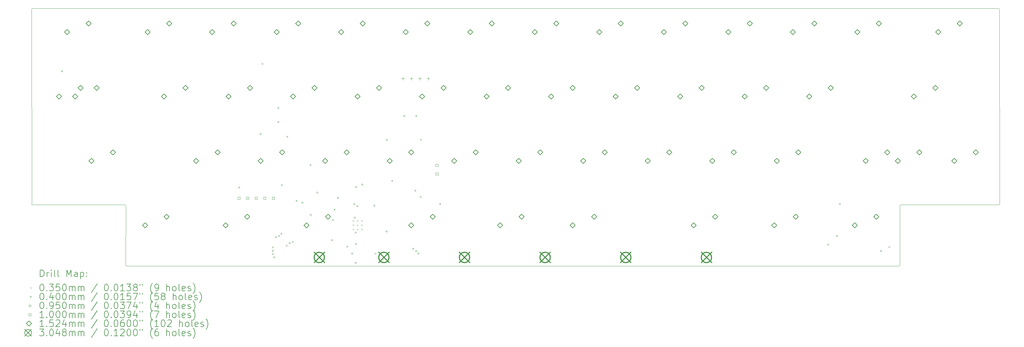
<source format=gbr>
%FSLAX45Y45*%
G04 Gerber Fmt 4.5, Leading zero omitted, Abs format (unit mm)*
G04 Created by KiCad (PCBNEW (6.0.6)) date 2022-08-10 17:02:01*
%MOMM*%
%LPD*%
G01*
G04 APERTURE LIST*
%TA.AperFunction,Profile*%
%ADD10C,0.100000*%
%TD*%
%ADD11C,0.200000*%
%ADD12C,0.035000*%
%ADD13C,0.040000*%
%ADD14C,0.095000*%
%ADD15C,0.100000*%
%ADD16C,0.152400*%
%ADD17C,0.304800*%
G04 APERTURE END LIST*
D10*
X3204445Y-11460555D02*
X26010000Y-11460000D01*
X3178055Y-9677445D02*
X3176945Y-11433055D01*
X3150555Y-9649945D02*
X430000Y-9651000D01*
X400000Y-3867500D02*
X401000Y-9622000D01*
X28947500Y-3840000D02*
X427500Y-3840000D01*
X28976055Y-9622500D02*
X28975000Y-3867500D01*
X27543555Y-9650000D02*
X28948555Y-9650000D01*
X27550000Y-9650000D02*
X26064445Y-9649945D01*
X26037500Y-11432500D02*
X26036945Y-9677500D01*
X427500Y-3840000D02*
G75*
G03*
X400000Y-3867500I0J-27500D01*
G01*
X401000Y-9623500D02*
G75*
G03*
X428500Y-9651000I27500J0D01*
G01*
X3178055Y-9677445D02*
G75*
G03*
X3150555Y-9649945I-27500J0D01*
G01*
X3176945Y-11433055D02*
G75*
G03*
X3204445Y-11460555I27500J0D01*
G01*
X26010000Y-11460000D02*
G75*
G03*
X26037500Y-11432500I0J27500D01*
G01*
X26064445Y-9649945D02*
G75*
G03*
X26036945Y-9677445I0J-27500D01*
G01*
X28948555Y-9650000D02*
G75*
G03*
X28976055Y-9622500I0J27500D01*
G01*
X28975000Y-3867500D02*
G75*
G03*
X28947500Y-3840000I-27500J0D01*
G01*
D11*
D12*
X9880500Y-10104750D02*
X9915500Y-10139750D01*
X9915500Y-10104750D02*
X9880500Y-10139750D01*
X9880500Y-10232250D02*
X9915500Y-10267250D01*
X9915500Y-10232250D02*
X9880500Y-10267250D01*
X9880500Y-10359750D02*
X9915500Y-10394750D01*
X9915500Y-10359750D02*
X9880500Y-10394750D01*
X10008000Y-10104750D02*
X10043000Y-10139750D01*
X10043000Y-10104750D02*
X10008000Y-10139750D01*
X10008000Y-10232250D02*
X10043000Y-10267250D01*
X10043000Y-10232250D02*
X10008000Y-10267250D01*
X10008000Y-10359750D02*
X10043000Y-10394750D01*
X10043000Y-10359750D02*
X10008000Y-10394750D01*
X10135500Y-10104750D02*
X10170500Y-10139750D01*
X10170500Y-10104750D02*
X10135500Y-10139750D01*
X10135500Y-10232250D02*
X10170500Y-10267250D01*
X10170500Y-10232250D02*
X10135500Y-10267250D01*
X10135500Y-10359750D02*
X10170500Y-10394750D01*
X10170500Y-10359750D02*
X10135500Y-10394750D01*
D13*
X1318000Y-5700000D02*
G75*
G03*
X1318000Y-5700000I-20000J0D01*
G01*
X6548000Y-9138000D02*
G75*
G03*
X6548000Y-9138000I-20000J0D01*
G01*
X7177000Y-7555000D02*
G75*
G03*
X7177000Y-7555000I-20000J0D01*
G01*
X7232000Y-5482000D02*
G75*
G03*
X7232000Y-5482000I-20000J0D01*
G01*
X7539000Y-10909000D02*
G75*
G03*
X7539000Y-10909000I-20000J0D01*
G01*
X7539469Y-11008949D02*
G75*
G03*
X7539469Y-11008949I-20000J0D01*
G01*
X7543352Y-11108824D02*
G75*
G03*
X7543352Y-11108824I-20000J0D01*
G01*
X7581000Y-11203000D02*
G75*
G03*
X7581000Y-11203000I-20000J0D01*
G01*
X7632000Y-10610000D02*
G75*
G03*
X7632000Y-10610000I-20000J0D01*
G01*
X7701000Y-7200000D02*
G75*
G03*
X7701000Y-7200000I-20000J0D01*
G01*
X7703000Y-6783000D02*
G75*
G03*
X7703000Y-6783000I-20000J0D01*
G01*
X7725472Y-10574603D02*
G75*
G03*
X7725472Y-10574603I-20000J0D01*
G01*
X7796148Y-10503928D02*
G75*
G03*
X7796148Y-10503928I-20000J0D01*
G01*
X7811000Y-9068050D02*
G75*
G03*
X7811000Y-9068050I-20000J0D01*
G01*
X7951809Y-10857000D02*
G75*
G03*
X7951809Y-10857000I-20000J0D01*
G01*
X7966000Y-7638000D02*
G75*
G03*
X7966000Y-7638000I-20000J0D01*
G01*
X8037403Y-10787050D02*
G75*
G03*
X8037403Y-10787050I-20000J0D01*
G01*
X8129000Y-10747050D02*
G75*
G03*
X8129000Y-10747050I-20000J0D01*
G01*
X8243000Y-9532000D02*
G75*
G03*
X8243000Y-9532000I-20000J0D01*
G01*
X8413000Y-9589000D02*
G75*
G03*
X8413000Y-9589000I-20000J0D01*
G01*
X8654000Y-8473000D02*
G75*
G03*
X8654000Y-8473000I-20000J0D01*
G01*
X8662000Y-9947000D02*
G75*
G03*
X8662000Y-9947000I-20000J0D01*
G01*
X8852000Y-9288000D02*
G75*
G03*
X8852000Y-9288000I-20000J0D01*
G01*
X9292000Y-10695766D02*
G75*
G03*
X9292000Y-10695766I-20000J0D01*
G01*
X9311700Y-10098708D02*
G75*
G03*
X9311700Y-10098708I-20000J0D01*
G01*
X9363750Y-9793750D02*
G75*
G03*
X9363750Y-9793750I-20000J0D01*
G01*
X9462000Y-9443000D02*
G75*
G03*
X9462000Y-9443000I-20000J0D01*
G01*
X9737000Y-10888000D02*
G75*
G03*
X9737000Y-10888000I-20000J0D01*
G01*
X9879000Y-11091000D02*
G75*
G03*
X9879000Y-11091000I-20000J0D01*
G01*
X9946234Y-9628853D02*
G75*
G03*
X9946234Y-9628853I-20000J0D01*
G01*
X9960000Y-10029800D02*
G75*
G03*
X9960000Y-10029800I-20000J0D01*
G01*
X9986000Y-10469700D02*
G75*
G03*
X9986000Y-10469700I-20000J0D01*
G01*
X9986000Y-10469700D02*
G75*
G03*
X9986000Y-10469700I-20000J0D01*
G01*
X9988750Y-11364750D02*
G75*
G03*
X9988750Y-11364750I-20000J0D01*
G01*
X9995550Y-10811000D02*
G75*
G03*
X9995550Y-10811000I-20000J0D01*
G01*
X10004000Y-9125000D02*
G75*
G03*
X10004000Y-9125000I-20000J0D01*
G01*
X10035000Y-9691000D02*
G75*
G03*
X10035000Y-9691000I-20000J0D01*
G01*
X10035000Y-9691000D02*
G75*
G03*
X10035000Y-9691000I-20000J0D01*
G01*
X10180000Y-9049000D02*
G75*
G03*
X10180000Y-9049000I-20000J0D01*
G01*
X10536750Y-9673750D02*
G75*
G03*
X10536750Y-9673750I-20000J0D01*
G01*
X10568750Y-11094750D02*
G75*
G03*
X10568750Y-11094750I-20000J0D01*
G01*
X10902000Y-10440000D02*
G75*
G03*
X10902000Y-10440000I-20000J0D01*
G01*
X10905000Y-7728000D02*
G75*
G03*
X10905000Y-7728000I-20000J0D01*
G01*
X11065000Y-8941000D02*
G75*
G03*
X11065000Y-8941000I-20000J0D01*
G01*
X11422000Y-7024000D02*
G75*
G03*
X11422000Y-7024000I-20000J0D01*
G01*
X11684000Y-10946950D02*
G75*
G03*
X11684000Y-10946950I-20000J0D01*
G01*
X11748000Y-9230000D02*
G75*
G03*
X11748000Y-9230000I-20000J0D01*
G01*
X11771000Y-11017000D02*
G75*
G03*
X11771000Y-11017000I-20000J0D01*
G01*
X11776000Y-7024000D02*
G75*
G03*
X11776000Y-7024000I-20000J0D01*
G01*
X11839037Y-11090219D02*
G75*
G03*
X11839037Y-11090219I-20000J0D01*
G01*
X11908000Y-9419000D02*
G75*
G03*
X11908000Y-9419000I-20000J0D01*
G01*
X11916000Y-7725000D02*
G75*
G03*
X11916000Y-7725000I-20000J0D01*
G01*
X12481000Y-9625000D02*
G75*
G03*
X12481000Y-9625000I-20000J0D01*
G01*
X23939000Y-10829000D02*
G75*
G03*
X23939000Y-10829000I-20000J0D01*
G01*
X24195000Y-10573000D02*
G75*
G03*
X24195000Y-10573000I-20000J0D01*
G01*
X24283000Y-9627000D02*
G75*
G03*
X24283000Y-9627000I-20000J0D01*
G01*
X25499000Y-11019000D02*
G75*
G03*
X25499000Y-11019000I-20000J0D01*
G01*
X25740000Y-10901000D02*
G75*
G03*
X25740000Y-10901000I-20000J0D01*
G01*
D14*
X11363000Y-5869750D02*
X11363000Y-5964750D01*
X11315500Y-5917250D02*
X11410500Y-5917250D01*
X11613000Y-5869750D02*
X11613000Y-5964750D01*
X11565500Y-5917250D02*
X11660500Y-5917250D01*
X11863000Y-5869750D02*
X11863000Y-5964750D01*
X11815500Y-5917250D02*
X11910500Y-5917250D01*
X12113000Y-5869750D02*
X12113000Y-5964750D01*
X12065500Y-5917250D02*
X12160500Y-5917250D01*
D15*
X6554356Y-9488356D02*
X6554356Y-9417644D01*
X6483644Y-9417644D01*
X6483644Y-9488356D01*
X6554356Y-9488356D01*
X6808356Y-9488356D02*
X6808356Y-9417644D01*
X6737644Y-9417644D01*
X6737644Y-9488356D01*
X6808356Y-9488356D01*
X7062356Y-9488356D02*
X7062356Y-9417644D01*
X6991644Y-9417644D01*
X6991644Y-9488356D01*
X7062356Y-9488356D01*
X7316356Y-9488356D02*
X7316356Y-9417644D01*
X7245644Y-9417644D01*
X7245644Y-9488356D01*
X7316356Y-9488356D01*
X7570356Y-9488356D02*
X7570356Y-9417644D01*
X7499644Y-9417644D01*
X7499644Y-9488356D01*
X7570356Y-9488356D01*
X12398356Y-8511356D02*
X12398356Y-8440644D01*
X12327644Y-8440644D01*
X12327644Y-8511356D01*
X12398356Y-8511356D01*
X12398356Y-8765356D02*
X12398356Y-8694644D01*
X12327644Y-8694644D01*
X12327644Y-8765356D01*
X12398356Y-8765356D01*
D16*
X1209500Y-6520575D02*
X1285700Y-6444375D01*
X1209500Y-6368175D01*
X1133300Y-6444375D01*
X1209500Y-6520575D01*
X1447625Y-4615575D02*
X1523825Y-4539375D01*
X1447625Y-4463175D01*
X1371425Y-4539375D01*
X1447625Y-4615575D01*
X1685750Y-6520575D02*
X1761950Y-6444375D01*
X1685750Y-6368175D01*
X1609550Y-6444375D01*
X1685750Y-6520575D01*
X1844500Y-6266575D02*
X1920700Y-6190375D01*
X1844500Y-6114175D01*
X1768300Y-6190375D01*
X1844500Y-6266575D01*
X2082625Y-4361575D02*
X2158825Y-4285375D01*
X2082625Y-4209175D01*
X2006425Y-4285375D01*
X2082625Y-4361575D01*
X2162000Y-8425575D02*
X2238200Y-8349375D01*
X2162000Y-8273175D01*
X2085800Y-8349375D01*
X2162000Y-8425575D01*
X2320750Y-6266575D02*
X2396950Y-6190375D01*
X2320750Y-6114175D01*
X2244550Y-6190375D01*
X2320750Y-6266575D01*
X2797000Y-8171575D02*
X2873200Y-8095375D01*
X2797000Y-8019175D01*
X2720800Y-8095375D01*
X2797000Y-8171575D01*
X3749500Y-10330575D02*
X3825700Y-10254375D01*
X3749500Y-10178175D01*
X3673300Y-10254375D01*
X3749500Y-10330575D01*
X3828875Y-4615575D02*
X3905075Y-4539375D01*
X3828875Y-4463175D01*
X3752675Y-4539375D01*
X3828875Y-4615575D01*
X4305125Y-6520575D02*
X4381325Y-6444375D01*
X4305125Y-6368175D01*
X4228925Y-6444375D01*
X4305125Y-6520575D01*
X4384500Y-10076575D02*
X4460700Y-10000375D01*
X4384500Y-9924175D01*
X4308300Y-10000375D01*
X4384500Y-10076575D01*
X4463875Y-4361575D02*
X4540075Y-4285375D01*
X4463875Y-4209175D01*
X4387675Y-4285375D01*
X4463875Y-4361575D01*
X4940125Y-6266575D02*
X5016325Y-6190375D01*
X4940125Y-6114175D01*
X4863925Y-6190375D01*
X4940125Y-6266575D01*
X5257625Y-8425575D02*
X5333825Y-8349375D01*
X5257625Y-8273175D01*
X5181425Y-8349375D01*
X5257625Y-8425575D01*
X5733875Y-4615575D02*
X5810075Y-4539375D01*
X5733875Y-4463175D01*
X5657675Y-4539375D01*
X5733875Y-4615575D01*
X5892625Y-8171575D02*
X5968825Y-8095375D01*
X5892625Y-8019175D01*
X5816425Y-8095375D01*
X5892625Y-8171575D01*
X6130750Y-10330575D02*
X6206950Y-10254375D01*
X6130750Y-10178175D01*
X6054550Y-10254375D01*
X6130750Y-10330575D01*
X6210125Y-6520575D02*
X6286325Y-6444375D01*
X6210125Y-6368175D01*
X6133925Y-6444375D01*
X6210125Y-6520575D01*
X6368875Y-4361575D02*
X6445075Y-4285375D01*
X6368875Y-4209175D01*
X6292675Y-4285375D01*
X6368875Y-4361575D01*
X6765750Y-10076575D02*
X6841950Y-10000375D01*
X6765750Y-9924175D01*
X6689550Y-10000375D01*
X6765750Y-10076575D01*
X6845125Y-6266575D02*
X6921325Y-6190375D01*
X6845125Y-6114175D01*
X6768925Y-6190375D01*
X6845125Y-6266575D01*
X7162625Y-8425575D02*
X7238825Y-8349375D01*
X7162625Y-8273175D01*
X7086425Y-8349375D01*
X7162625Y-8425575D01*
X7638875Y-4615575D02*
X7715075Y-4539375D01*
X7638875Y-4463175D01*
X7562675Y-4539375D01*
X7638875Y-4615575D01*
X7797625Y-8171575D02*
X7873825Y-8095375D01*
X7797625Y-8019175D01*
X7721425Y-8095375D01*
X7797625Y-8171575D01*
X8115125Y-6520575D02*
X8191325Y-6444375D01*
X8115125Y-6368175D01*
X8038925Y-6444375D01*
X8115125Y-6520575D01*
X8273875Y-4361575D02*
X8350075Y-4285375D01*
X8273875Y-4209175D01*
X8197675Y-4285375D01*
X8273875Y-4361575D01*
X8512000Y-10330575D02*
X8588200Y-10254375D01*
X8512000Y-10178175D01*
X8435800Y-10254375D01*
X8512000Y-10330575D01*
X8750125Y-6266575D02*
X8826325Y-6190375D01*
X8750125Y-6114175D01*
X8673925Y-6190375D01*
X8750125Y-6266575D01*
X9067625Y-8425575D02*
X9143825Y-8349375D01*
X9067625Y-8273175D01*
X8991425Y-8349375D01*
X9067625Y-8425575D01*
X9147000Y-10076575D02*
X9223200Y-10000375D01*
X9147000Y-9924175D01*
X9070800Y-10000375D01*
X9147000Y-10076575D01*
X9543875Y-4615575D02*
X9620075Y-4539375D01*
X9543875Y-4463175D01*
X9467675Y-4539375D01*
X9543875Y-4615575D01*
X9702625Y-8171575D02*
X9778825Y-8095375D01*
X9702625Y-8019175D01*
X9626425Y-8095375D01*
X9702625Y-8171575D01*
X10020125Y-6520575D02*
X10096325Y-6444375D01*
X10020125Y-6368175D01*
X9943925Y-6444375D01*
X10020125Y-6520575D01*
X10178875Y-4361575D02*
X10255075Y-4285375D01*
X10178875Y-4209175D01*
X10102675Y-4285375D01*
X10178875Y-4361575D01*
X10655125Y-6266575D02*
X10731325Y-6190375D01*
X10655125Y-6114175D01*
X10578925Y-6190375D01*
X10655125Y-6266575D01*
X10972625Y-8425575D02*
X11048825Y-8349375D01*
X10972625Y-8273175D01*
X10896425Y-8349375D01*
X10972625Y-8425575D01*
X11448875Y-4615575D02*
X11525075Y-4539375D01*
X11448875Y-4463175D01*
X11372675Y-4539375D01*
X11448875Y-4615575D01*
X11607625Y-8171575D02*
X11683825Y-8095375D01*
X11607625Y-8019175D01*
X11531425Y-8095375D01*
X11607625Y-8171575D01*
X11607625Y-10330575D02*
X11683825Y-10254375D01*
X11607625Y-10178175D01*
X11531425Y-10254375D01*
X11607625Y-10330575D01*
X11925125Y-6520575D02*
X12001325Y-6444375D01*
X11925125Y-6368175D01*
X11848925Y-6444375D01*
X11925125Y-6520575D01*
X12083875Y-4361575D02*
X12160075Y-4285375D01*
X12083875Y-4209175D01*
X12007675Y-4285375D01*
X12083875Y-4361575D01*
X12242625Y-10076575D02*
X12318825Y-10000375D01*
X12242625Y-9924175D01*
X12166425Y-10000375D01*
X12242625Y-10076575D01*
X12560125Y-6266575D02*
X12636325Y-6190375D01*
X12560125Y-6114175D01*
X12483925Y-6190375D01*
X12560125Y-6266575D01*
X12877625Y-8425575D02*
X12953825Y-8349375D01*
X12877625Y-8273175D01*
X12801425Y-8349375D01*
X12877625Y-8425575D01*
X13353875Y-4615575D02*
X13430075Y-4539375D01*
X13353875Y-4463175D01*
X13277675Y-4539375D01*
X13353875Y-4615575D01*
X13512625Y-8171575D02*
X13588825Y-8095375D01*
X13512625Y-8019175D01*
X13436425Y-8095375D01*
X13512625Y-8171575D01*
X13830125Y-6520575D02*
X13906325Y-6444375D01*
X13830125Y-6368175D01*
X13753925Y-6444375D01*
X13830125Y-6520575D01*
X13988875Y-4361575D02*
X14065075Y-4285375D01*
X13988875Y-4209175D01*
X13912675Y-4285375D01*
X13988875Y-4361575D01*
X14227000Y-10330575D02*
X14303200Y-10254375D01*
X14227000Y-10178175D01*
X14150800Y-10254375D01*
X14227000Y-10330575D01*
X14465125Y-6266575D02*
X14541325Y-6190375D01*
X14465125Y-6114175D01*
X14388925Y-6190375D01*
X14465125Y-6266575D01*
X14782625Y-8425575D02*
X14858825Y-8349375D01*
X14782625Y-8273175D01*
X14706425Y-8349375D01*
X14782625Y-8425575D01*
X14862000Y-10076575D02*
X14938200Y-10000375D01*
X14862000Y-9924175D01*
X14785800Y-10000375D01*
X14862000Y-10076575D01*
X15258875Y-4615575D02*
X15335075Y-4539375D01*
X15258875Y-4463175D01*
X15182675Y-4539375D01*
X15258875Y-4615575D01*
X15417625Y-8171575D02*
X15493825Y-8095375D01*
X15417625Y-8019175D01*
X15341425Y-8095375D01*
X15417625Y-8171575D01*
X15735125Y-6520575D02*
X15811325Y-6444375D01*
X15735125Y-6368175D01*
X15658925Y-6444375D01*
X15735125Y-6520575D01*
X15893875Y-4361575D02*
X15970075Y-4285375D01*
X15893875Y-4209175D01*
X15817675Y-4285375D01*
X15893875Y-4361575D01*
X16370125Y-6266575D02*
X16446325Y-6190375D01*
X16370125Y-6114175D01*
X16293925Y-6190375D01*
X16370125Y-6266575D01*
X16370125Y-10330575D02*
X16446325Y-10254375D01*
X16370125Y-10178175D01*
X16293925Y-10254375D01*
X16370125Y-10330575D01*
X16687625Y-8425575D02*
X16763825Y-8349375D01*
X16687625Y-8273175D01*
X16611425Y-8349375D01*
X16687625Y-8425575D01*
X17005125Y-10076575D02*
X17081325Y-10000375D01*
X17005125Y-9924175D01*
X16928925Y-10000375D01*
X17005125Y-10076575D01*
X17163875Y-4615575D02*
X17240075Y-4539375D01*
X17163875Y-4463175D01*
X17087675Y-4539375D01*
X17163875Y-4615575D01*
X17322625Y-8171575D02*
X17398825Y-8095375D01*
X17322625Y-8019175D01*
X17246425Y-8095375D01*
X17322625Y-8171575D01*
X17640125Y-6520575D02*
X17716325Y-6444375D01*
X17640125Y-6368175D01*
X17563925Y-6444375D01*
X17640125Y-6520575D01*
X17798875Y-4361575D02*
X17875075Y-4285375D01*
X17798875Y-4209175D01*
X17722675Y-4285375D01*
X17798875Y-4361575D01*
X18275125Y-6266575D02*
X18351325Y-6190375D01*
X18275125Y-6114175D01*
X18198925Y-6190375D01*
X18275125Y-6266575D01*
X18592625Y-8425575D02*
X18668825Y-8349375D01*
X18592625Y-8273175D01*
X18516425Y-8349375D01*
X18592625Y-8425575D01*
X19068875Y-4615575D02*
X19145075Y-4539375D01*
X19068875Y-4463175D01*
X18992675Y-4539375D01*
X19068875Y-4615575D01*
X19227625Y-8171575D02*
X19303825Y-8095375D01*
X19227625Y-8019175D01*
X19151425Y-8095375D01*
X19227625Y-8171575D01*
X19545125Y-6520575D02*
X19621325Y-6444375D01*
X19545125Y-6368175D01*
X19468925Y-6444375D01*
X19545125Y-6520575D01*
X19703875Y-4361575D02*
X19780075Y-4285375D01*
X19703875Y-4209175D01*
X19627675Y-4285375D01*
X19703875Y-4361575D01*
X19942000Y-10330575D02*
X20018200Y-10254375D01*
X19942000Y-10178175D01*
X19865800Y-10254375D01*
X19942000Y-10330575D01*
X20180125Y-6266575D02*
X20256325Y-6190375D01*
X20180125Y-6114175D01*
X20103925Y-6190375D01*
X20180125Y-6266575D01*
X20497625Y-8425575D02*
X20573825Y-8349375D01*
X20497625Y-8273175D01*
X20421425Y-8349375D01*
X20497625Y-8425575D01*
X20577000Y-10076575D02*
X20653200Y-10000375D01*
X20577000Y-9924175D01*
X20500800Y-10000375D01*
X20577000Y-10076575D01*
X20973875Y-4615575D02*
X21050075Y-4539375D01*
X20973875Y-4463175D01*
X20897675Y-4539375D01*
X20973875Y-4615575D01*
X21132625Y-8171575D02*
X21208825Y-8095375D01*
X21132625Y-8019175D01*
X21056425Y-8095375D01*
X21132625Y-8171575D01*
X21450125Y-6520575D02*
X21526325Y-6444375D01*
X21450125Y-6368175D01*
X21373925Y-6444375D01*
X21450125Y-6520575D01*
X21608875Y-4361575D02*
X21685075Y-4285375D01*
X21608875Y-4209175D01*
X21532675Y-4285375D01*
X21608875Y-4361575D01*
X22085125Y-6266575D02*
X22161325Y-6190375D01*
X22085125Y-6114175D01*
X22008925Y-6190375D01*
X22085125Y-6266575D01*
X22323250Y-10330575D02*
X22399450Y-10254375D01*
X22323250Y-10178175D01*
X22247050Y-10254375D01*
X22323250Y-10330575D01*
X22402625Y-8425575D02*
X22478825Y-8349375D01*
X22402625Y-8273175D01*
X22326425Y-8349375D01*
X22402625Y-8425575D01*
X22878875Y-4615575D02*
X22955075Y-4539375D01*
X22878875Y-4463175D01*
X22802675Y-4539375D01*
X22878875Y-4615575D01*
X22958250Y-10076575D02*
X23034450Y-10000375D01*
X22958250Y-9924175D01*
X22882050Y-10000375D01*
X22958250Y-10076575D01*
X23037625Y-8171575D02*
X23113825Y-8095375D01*
X23037625Y-8019175D01*
X22961425Y-8095375D01*
X23037625Y-8171575D01*
X23355125Y-6520575D02*
X23431325Y-6444375D01*
X23355125Y-6368175D01*
X23278925Y-6444375D01*
X23355125Y-6520575D01*
X23513875Y-4361575D02*
X23590075Y-4285375D01*
X23513875Y-4209175D01*
X23437675Y-4285375D01*
X23513875Y-4361575D01*
X23990125Y-6266575D02*
X24066325Y-6190375D01*
X23990125Y-6114175D01*
X23913925Y-6190375D01*
X23990125Y-6266575D01*
X24704500Y-10330575D02*
X24780700Y-10254375D01*
X24704500Y-10178175D01*
X24628300Y-10254375D01*
X24704500Y-10330575D01*
X24783875Y-4615575D02*
X24860075Y-4539375D01*
X24783875Y-4463175D01*
X24707675Y-4539375D01*
X24783875Y-4615575D01*
X25022000Y-8425575D02*
X25098200Y-8349375D01*
X25022000Y-8273175D01*
X24945800Y-8349375D01*
X25022000Y-8425575D01*
X25339500Y-10076575D02*
X25415700Y-10000375D01*
X25339500Y-9924175D01*
X25263300Y-10000375D01*
X25339500Y-10076575D01*
X25418875Y-4361575D02*
X25495075Y-4285375D01*
X25418875Y-4209175D01*
X25342675Y-4285375D01*
X25418875Y-4361575D01*
X25657000Y-8171575D02*
X25733200Y-8095375D01*
X25657000Y-8019175D01*
X25580800Y-8095375D01*
X25657000Y-8171575D01*
X25974500Y-8425575D02*
X26050700Y-8349375D01*
X25974500Y-8273175D01*
X25898300Y-8349375D01*
X25974500Y-8425575D01*
X26450750Y-6520575D02*
X26526950Y-6444375D01*
X26450750Y-6368175D01*
X26374550Y-6444375D01*
X26450750Y-6520575D01*
X26609500Y-8171575D02*
X26685700Y-8095375D01*
X26609500Y-8019175D01*
X26533300Y-8095375D01*
X26609500Y-8171575D01*
X27085750Y-6266575D02*
X27161950Y-6190375D01*
X27085750Y-6114175D01*
X27009550Y-6190375D01*
X27085750Y-6266575D01*
X27165125Y-4615575D02*
X27241325Y-4539375D01*
X27165125Y-4463175D01*
X27088925Y-4539375D01*
X27165125Y-4615575D01*
X27641375Y-8425575D02*
X27717575Y-8349375D01*
X27641375Y-8273175D01*
X27565175Y-8349375D01*
X27641375Y-8425575D01*
X27800125Y-4361575D02*
X27876325Y-4285375D01*
X27800125Y-4209175D01*
X27723925Y-4285375D01*
X27800125Y-4361575D01*
X28276375Y-8171575D02*
X28352575Y-8095375D01*
X28276375Y-8019175D01*
X28200175Y-8095375D01*
X28276375Y-8171575D01*
D17*
X8740600Y-11054475D02*
X9045400Y-11359275D01*
X9045400Y-11054475D02*
X8740600Y-11359275D01*
X9045400Y-11206875D02*
G75*
G03*
X9045400Y-11206875I-152400J0D01*
G01*
X10646952Y-11054015D02*
X10951752Y-11358815D01*
X10951752Y-11054015D02*
X10646952Y-11358815D01*
X10951752Y-11206415D02*
G75*
G03*
X10951752Y-11206415I-152400J0D01*
G01*
X13028202Y-11054015D02*
X13333002Y-11358815D01*
X13333002Y-11054015D02*
X13028202Y-11358815D01*
X13333002Y-11206415D02*
G75*
G03*
X13333002Y-11206415I-152400J0D01*
G01*
X15408100Y-11054475D02*
X15712900Y-11359275D01*
X15712900Y-11054475D02*
X15408100Y-11359275D01*
X15712900Y-11206875D02*
G75*
G03*
X15712900Y-11206875I-152400J0D01*
G01*
X17789350Y-11054475D02*
X18094150Y-11359275D01*
X18094150Y-11054475D02*
X17789350Y-11359275D01*
X18094150Y-11206875D02*
G75*
G03*
X18094150Y-11206875I-152400J0D01*
G01*
X20170600Y-11054475D02*
X20475400Y-11359275D01*
X20475400Y-11054475D02*
X20170600Y-11359275D01*
X20475400Y-11206875D02*
G75*
G03*
X20475400Y-11206875I-152400J0D01*
G01*
D11*
X652619Y-11776031D02*
X652619Y-11576031D01*
X700238Y-11576031D01*
X728809Y-11585555D01*
X747857Y-11604602D01*
X757381Y-11623650D01*
X766905Y-11661745D01*
X766905Y-11690316D01*
X757381Y-11728412D01*
X747857Y-11747459D01*
X728809Y-11766507D01*
X700238Y-11776031D01*
X652619Y-11776031D01*
X852619Y-11776031D02*
X852619Y-11642697D01*
X852619Y-11680793D02*
X862143Y-11661745D01*
X871666Y-11652221D01*
X890714Y-11642697D01*
X909762Y-11642697D01*
X976428Y-11776031D02*
X976428Y-11642697D01*
X976428Y-11576031D02*
X966905Y-11585555D01*
X976428Y-11595078D01*
X985952Y-11585555D01*
X976428Y-11576031D01*
X976428Y-11595078D01*
X1100238Y-11776031D02*
X1081190Y-11766507D01*
X1071667Y-11747459D01*
X1071667Y-11576031D01*
X1205000Y-11776031D02*
X1185952Y-11766507D01*
X1176428Y-11747459D01*
X1176428Y-11576031D01*
X1433571Y-11776031D02*
X1433571Y-11576031D01*
X1500238Y-11718888D01*
X1566905Y-11576031D01*
X1566905Y-11776031D01*
X1747857Y-11776031D02*
X1747857Y-11671269D01*
X1738333Y-11652221D01*
X1719286Y-11642697D01*
X1681190Y-11642697D01*
X1662143Y-11652221D01*
X1747857Y-11766507D02*
X1728809Y-11776031D01*
X1681190Y-11776031D01*
X1662143Y-11766507D01*
X1652619Y-11747459D01*
X1652619Y-11728412D01*
X1662143Y-11709364D01*
X1681190Y-11699840D01*
X1728809Y-11699840D01*
X1747857Y-11690316D01*
X1843095Y-11642697D02*
X1843095Y-11842697D01*
X1843095Y-11652221D02*
X1862143Y-11642697D01*
X1900238Y-11642697D01*
X1919286Y-11652221D01*
X1928809Y-11661745D01*
X1938333Y-11680793D01*
X1938333Y-11737935D01*
X1928809Y-11756983D01*
X1919286Y-11766507D01*
X1900238Y-11776031D01*
X1862143Y-11776031D01*
X1843095Y-11766507D01*
X2024047Y-11756983D02*
X2033571Y-11766507D01*
X2024047Y-11776031D01*
X2014524Y-11766507D01*
X2024047Y-11756983D01*
X2024047Y-11776031D01*
X2024047Y-11652221D02*
X2033571Y-11661745D01*
X2024047Y-11671269D01*
X2014524Y-11661745D01*
X2024047Y-11652221D01*
X2024047Y-11671269D01*
D12*
X360000Y-12088055D02*
X395000Y-12123055D01*
X395000Y-12088055D02*
X360000Y-12123055D01*
D11*
X690714Y-11996031D02*
X709762Y-11996031D01*
X728809Y-12005555D01*
X738333Y-12015078D01*
X747857Y-12034126D01*
X757381Y-12072221D01*
X757381Y-12119840D01*
X747857Y-12157935D01*
X738333Y-12176983D01*
X728809Y-12186507D01*
X709762Y-12196031D01*
X690714Y-12196031D01*
X671667Y-12186507D01*
X662143Y-12176983D01*
X652619Y-12157935D01*
X643095Y-12119840D01*
X643095Y-12072221D01*
X652619Y-12034126D01*
X662143Y-12015078D01*
X671667Y-12005555D01*
X690714Y-11996031D01*
X843095Y-12176983D02*
X852619Y-12186507D01*
X843095Y-12196031D01*
X833571Y-12186507D01*
X843095Y-12176983D01*
X843095Y-12196031D01*
X919286Y-11996031D02*
X1043095Y-11996031D01*
X976428Y-12072221D01*
X1005000Y-12072221D01*
X1024047Y-12081745D01*
X1033571Y-12091269D01*
X1043095Y-12110316D01*
X1043095Y-12157935D01*
X1033571Y-12176983D01*
X1024047Y-12186507D01*
X1005000Y-12196031D01*
X947857Y-12196031D01*
X928809Y-12186507D01*
X919286Y-12176983D01*
X1224048Y-11996031D02*
X1128809Y-11996031D01*
X1119286Y-12091269D01*
X1128809Y-12081745D01*
X1147857Y-12072221D01*
X1195476Y-12072221D01*
X1214524Y-12081745D01*
X1224048Y-12091269D01*
X1233571Y-12110316D01*
X1233571Y-12157935D01*
X1224048Y-12176983D01*
X1214524Y-12186507D01*
X1195476Y-12196031D01*
X1147857Y-12196031D01*
X1128809Y-12186507D01*
X1119286Y-12176983D01*
X1357381Y-11996031D02*
X1376428Y-11996031D01*
X1395476Y-12005555D01*
X1405000Y-12015078D01*
X1414524Y-12034126D01*
X1424047Y-12072221D01*
X1424047Y-12119840D01*
X1414524Y-12157935D01*
X1405000Y-12176983D01*
X1395476Y-12186507D01*
X1376428Y-12196031D01*
X1357381Y-12196031D01*
X1338333Y-12186507D01*
X1328809Y-12176983D01*
X1319286Y-12157935D01*
X1309762Y-12119840D01*
X1309762Y-12072221D01*
X1319286Y-12034126D01*
X1328809Y-12015078D01*
X1338333Y-12005555D01*
X1357381Y-11996031D01*
X1509762Y-12196031D02*
X1509762Y-12062697D01*
X1509762Y-12081745D02*
X1519286Y-12072221D01*
X1538333Y-12062697D01*
X1566905Y-12062697D01*
X1585952Y-12072221D01*
X1595476Y-12091269D01*
X1595476Y-12196031D01*
X1595476Y-12091269D02*
X1605000Y-12072221D01*
X1624047Y-12062697D01*
X1652619Y-12062697D01*
X1671666Y-12072221D01*
X1681190Y-12091269D01*
X1681190Y-12196031D01*
X1776428Y-12196031D02*
X1776428Y-12062697D01*
X1776428Y-12081745D02*
X1785952Y-12072221D01*
X1805000Y-12062697D01*
X1833571Y-12062697D01*
X1852619Y-12072221D01*
X1862143Y-12091269D01*
X1862143Y-12196031D01*
X1862143Y-12091269D02*
X1871666Y-12072221D01*
X1890714Y-12062697D01*
X1919286Y-12062697D01*
X1938333Y-12072221D01*
X1947857Y-12091269D01*
X1947857Y-12196031D01*
X2338333Y-11986507D02*
X2166905Y-12243650D01*
X2595476Y-11996031D02*
X2614524Y-11996031D01*
X2633571Y-12005555D01*
X2643095Y-12015078D01*
X2652619Y-12034126D01*
X2662143Y-12072221D01*
X2662143Y-12119840D01*
X2652619Y-12157935D01*
X2643095Y-12176983D01*
X2633571Y-12186507D01*
X2614524Y-12196031D01*
X2595476Y-12196031D01*
X2576428Y-12186507D01*
X2566905Y-12176983D01*
X2557381Y-12157935D01*
X2547857Y-12119840D01*
X2547857Y-12072221D01*
X2557381Y-12034126D01*
X2566905Y-12015078D01*
X2576428Y-12005555D01*
X2595476Y-11996031D01*
X2747857Y-12176983D02*
X2757381Y-12186507D01*
X2747857Y-12196031D01*
X2738333Y-12186507D01*
X2747857Y-12176983D01*
X2747857Y-12196031D01*
X2881190Y-11996031D02*
X2900238Y-11996031D01*
X2919286Y-12005555D01*
X2928809Y-12015078D01*
X2938333Y-12034126D01*
X2947857Y-12072221D01*
X2947857Y-12119840D01*
X2938333Y-12157935D01*
X2928809Y-12176983D01*
X2919286Y-12186507D01*
X2900238Y-12196031D01*
X2881190Y-12196031D01*
X2862143Y-12186507D01*
X2852619Y-12176983D01*
X2843095Y-12157935D01*
X2833571Y-12119840D01*
X2833571Y-12072221D01*
X2843095Y-12034126D01*
X2852619Y-12015078D01*
X2862143Y-12005555D01*
X2881190Y-11996031D01*
X3138333Y-12196031D02*
X3024047Y-12196031D01*
X3081190Y-12196031D02*
X3081190Y-11996031D01*
X3062143Y-12024602D01*
X3043095Y-12043650D01*
X3024047Y-12053174D01*
X3205000Y-11996031D02*
X3328809Y-11996031D01*
X3262143Y-12072221D01*
X3290714Y-12072221D01*
X3309762Y-12081745D01*
X3319286Y-12091269D01*
X3328809Y-12110316D01*
X3328809Y-12157935D01*
X3319286Y-12176983D01*
X3309762Y-12186507D01*
X3290714Y-12196031D01*
X3233571Y-12196031D01*
X3214524Y-12186507D01*
X3205000Y-12176983D01*
X3443095Y-12081745D02*
X3424047Y-12072221D01*
X3414524Y-12062697D01*
X3405000Y-12043650D01*
X3405000Y-12034126D01*
X3414524Y-12015078D01*
X3424047Y-12005555D01*
X3443095Y-11996031D01*
X3481190Y-11996031D01*
X3500238Y-12005555D01*
X3509762Y-12015078D01*
X3519286Y-12034126D01*
X3519286Y-12043650D01*
X3509762Y-12062697D01*
X3500238Y-12072221D01*
X3481190Y-12081745D01*
X3443095Y-12081745D01*
X3424047Y-12091269D01*
X3414524Y-12100793D01*
X3405000Y-12119840D01*
X3405000Y-12157935D01*
X3414524Y-12176983D01*
X3424047Y-12186507D01*
X3443095Y-12196031D01*
X3481190Y-12196031D01*
X3500238Y-12186507D01*
X3509762Y-12176983D01*
X3519286Y-12157935D01*
X3519286Y-12119840D01*
X3509762Y-12100793D01*
X3500238Y-12091269D01*
X3481190Y-12081745D01*
X3595476Y-11996031D02*
X3595476Y-12034126D01*
X3671666Y-11996031D02*
X3671666Y-12034126D01*
X3966905Y-12272221D02*
X3957381Y-12262697D01*
X3938333Y-12234126D01*
X3928809Y-12215078D01*
X3919286Y-12186507D01*
X3909762Y-12138888D01*
X3909762Y-12100793D01*
X3919286Y-12053174D01*
X3928809Y-12024602D01*
X3938333Y-12005555D01*
X3957381Y-11976983D01*
X3966905Y-11967459D01*
X4052619Y-12196031D02*
X4090714Y-12196031D01*
X4109762Y-12186507D01*
X4119286Y-12176983D01*
X4138333Y-12148412D01*
X4147857Y-12110316D01*
X4147857Y-12034126D01*
X4138333Y-12015078D01*
X4128809Y-12005555D01*
X4109762Y-11996031D01*
X4071666Y-11996031D01*
X4052619Y-12005555D01*
X4043095Y-12015078D01*
X4033571Y-12034126D01*
X4033571Y-12081745D01*
X4043095Y-12100793D01*
X4052619Y-12110316D01*
X4071666Y-12119840D01*
X4109762Y-12119840D01*
X4128809Y-12110316D01*
X4138333Y-12100793D01*
X4147857Y-12081745D01*
X4385952Y-12196031D02*
X4385952Y-11996031D01*
X4471667Y-12196031D02*
X4471667Y-12091269D01*
X4462143Y-12072221D01*
X4443095Y-12062697D01*
X4414524Y-12062697D01*
X4395476Y-12072221D01*
X4385952Y-12081745D01*
X4595476Y-12196031D02*
X4576428Y-12186507D01*
X4566905Y-12176983D01*
X4557381Y-12157935D01*
X4557381Y-12100793D01*
X4566905Y-12081745D01*
X4576428Y-12072221D01*
X4595476Y-12062697D01*
X4624048Y-12062697D01*
X4643095Y-12072221D01*
X4652619Y-12081745D01*
X4662143Y-12100793D01*
X4662143Y-12157935D01*
X4652619Y-12176983D01*
X4643095Y-12186507D01*
X4624048Y-12196031D01*
X4595476Y-12196031D01*
X4776428Y-12196031D02*
X4757381Y-12186507D01*
X4747857Y-12167459D01*
X4747857Y-11996031D01*
X4928809Y-12186507D02*
X4909762Y-12196031D01*
X4871667Y-12196031D01*
X4852619Y-12186507D01*
X4843095Y-12167459D01*
X4843095Y-12091269D01*
X4852619Y-12072221D01*
X4871667Y-12062697D01*
X4909762Y-12062697D01*
X4928809Y-12072221D01*
X4938333Y-12091269D01*
X4938333Y-12110316D01*
X4843095Y-12129364D01*
X5014524Y-12186507D02*
X5033571Y-12196031D01*
X5071667Y-12196031D01*
X5090714Y-12186507D01*
X5100238Y-12167459D01*
X5100238Y-12157935D01*
X5090714Y-12138888D01*
X5071667Y-12129364D01*
X5043095Y-12129364D01*
X5024048Y-12119840D01*
X5014524Y-12100793D01*
X5014524Y-12091269D01*
X5024048Y-12072221D01*
X5043095Y-12062697D01*
X5071667Y-12062697D01*
X5090714Y-12072221D01*
X5166905Y-12272221D02*
X5176428Y-12262697D01*
X5195476Y-12234126D01*
X5205000Y-12215078D01*
X5214524Y-12186507D01*
X5224048Y-12138888D01*
X5224048Y-12100793D01*
X5214524Y-12053174D01*
X5205000Y-12024602D01*
X5195476Y-12005555D01*
X5176428Y-11976983D01*
X5166905Y-11967459D01*
D13*
X395000Y-12369555D02*
G75*
G03*
X395000Y-12369555I-20000J0D01*
G01*
D11*
X690714Y-12260031D02*
X709762Y-12260031D01*
X728809Y-12269555D01*
X738333Y-12279078D01*
X747857Y-12298126D01*
X757381Y-12336221D01*
X757381Y-12383840D01*
X747857Y-12421935D01*
X738333Y-12440983D01*
X728809Y-12450507D01*
X709762Y-12460031D01*
X690714Y-12460031D01*
X671667Y-12450507D01*
X662143Y-12440983D01*
X652619Y-12421935D01*
X643095Y-12383840D01*
X643095Y-12336221D01*
X652619Y-12298126D01*
X662143Y-12279078D01*
X671667Y-12269555D01*
X690714Y-12260031D01*
X843095Y-12440983D02*
X852619Y-12450507D01*
X843095Y-12460031D01*
X833571Y-12450507D01*
X843095Y-12440983D01*
X843095Y-12460031D01*
X1024047Y-12326697D02*
X1024047Y-12460031D01*
X976428Y-12250507D02*
X928809Y-12393364D01*
X1052619Y-12393364D01*
X1166905Y-12260031D02*
X1185952Y-12260031D01*
X1205000Y-12269555D01*
X1214524Y-12279078D01*
X1224048Y-12298126D01*
X1233571Y-12336221D01*
X1233571Y-12383840D01*
X1224048Y-12421935D01*
X1214524Y-12440983D01*
X1205000Y-12450507D01*
X1185952Y-12460031D01*
X1166905Y-12460031D01*
X1147857Y-12450507D01*
X1138333Y-12440983D01*
X1128809Y-12421935D01*
X1119286Y-12383840D01*
X1119286Y-12336221D01*
X1128809Y-12298126D01*
X1138333Y-12279078D01*
X1147857Y-12269555D01*
X1166905Y-12260031D01*
X1357381Y-12260031D02*
X1376428Y-12260031D01*
X1395476Y-12269555D01*
X1405000Y-12279078D01*
X1414524Y-12298126D01*
X1424047Y-12336221D01*
X1424047Y-12383840D01*
X1414524Y-12421935D01*
X1405000Y-12440983D01*
X1395476Y-12450507D01*
X1376428Y-12460031D01*
X1357381Y-12460031D01*
X1338333Y-12450507D01*
X1328809Y-12440983D01*
X1319286Y-12421935D01*
X1309762Y-12383840D01*
X1309762Y-12336221D01*
X1319286Y-12298126D01*
X1328809Y-12279078D01*
X1338333Y-12269555D01*
X1357381Y-12260031D01*
X1509762Y-12460031D02*
X1509762Y-12326697D01*
X1509762Y-12345745D02*
X1519286Y-12336221D01*
X1538333Y-12326697D01*
X1566905Y-12326697D01*
X1585952Y-12336221D01*
X1595476Y-12355269D01*
X1595476Y-12460031D01*
X1595476Y-12355269D02*
X1605000Y-12336221D01*
X1624047Y-12326697D01*
X1652619Y-12326697D01*
X1671666Y-12336221D01*
X1681190Y-12355269D01*
X1681190Y-12460031D01*
X1776428Y-12460031D02*
X1776428Y-12326697D01*
X1776428Y-12345745D02*
X1785952Y-12336221D01*
X1805000Y-12326697D01*
X1833571Y-12326697D01*
X1852619Y-12336221D01*
X1862143Y-12355269D01*
X1862143Y-12460031D01*
X1862143Y-12355269D02*
X1871666Y-12336221D01*
X1890714Y-12326697D01*
X1919286Y-12326697D01*
X1938333Y-12336221D01*
X1947857Y-12355269D01*
X1947857Y-12460031D01*
X2338333Y-12250507D02*
X2166905Y-12507650D01*
X2595476Y-12260031D02*
X2614524Y-12260031D01*
X2633571Y-12269555D01*
X2643095Y-12279078D01*
X2652619Y-12298126D01*
X2662143Y-12336221D01*
X2662143Y-12383840D01*
X2652619Y-12421935D01*
X2643095Y-12440983D01*
X2633571Y-12450507D01*
X2614524Y-12460031D01*
X2595476Y-12460031D01*
X2576428Y-12450507D01*
X2566905Y-12440983D01*
X2557381Y-12421935D01*
X2547857Y-12383840D01*
X2547857Y-12336221D01*
X2557381Y-12298126D01*
X2566905Y-12279078D01*
X2576428Y-12269555D01*
X2595476Y-12260031D01*
X2747857Y-12440983D02*
X2757381Y-12450507D01*
X2747857Y-12460031D01*
X2738333Y-12450507D01*
X2747857Y-12440983D01*
X2747857Y-12460031D01*
X2881190Y-12260031D02*
X2900238Y-12260031D01*
X2919286Y-12269555D01*
X2928809Y-12279078D01*
X2938333Y-12298126D01*
X2947857Y-12336221D01*
X2947857Y-12383840D01*
X2938333Y-12421935D01*
X2928809Y-12440983D01*
X2919286Y-12450507D01*
X2900238Y-12460031D01*
X2881190Y-12460031D01*
X2862143Y-12450507D01*
X2852619Y-12440983D01*
X2843095Y-12421935D01*
X2833571Y-12383840D01*
X2833571Y-12336221D01*
X2843095Y-12298126D01*
X2852619Y-12279078D01*
X2862143Y-12269555D01*
X2881190Y-12260031D01*
X3138333Y-12460031D02*
X3024047Y-12460031D01*
X3081190Y-12460031D02*
X3081190Y-12260031D01*
X3062143Y-12288602D01*
X3043095Y-12307650D01*
X3024047Y-12317174D01*
X3319286Y-12260031D02*
X3224047Y-12260031D01*
X3214524Y-12355269D01*
X3224047Y-12345745D01*
X3243095Y-12336221D01*
X3290714Y-12336221D01*
X3309762Y-12345745D01*
X3319286Y-12355269D01*
X3328809Y-12374316D01*
X3328809Y-12421935D01*
X3319286Y-12440983D01*
X3309762Y-12450507D01*
X3290714Y-12460031D01*
X3243095Y-12460031D01*
X3224047Y-12450507D01*
X3214524Y-12440983D01*
X3395476Y-12260031D02*
X3528809Y-12260031D01*
X3443095Y-12460031D01*
X3595476Y-12260031D02*
X3595476Y-12298126D01*
X3671666Y-12260031D02*
X3671666Y-12298126D01*
X3966905Y-12536221D02*
X3957381Y-12526697D01*
X3938333Y-12498126D01*
X3928809Y-12479078D01*
X3919286Y-12450507D01*
X3909762Y-12402888D01*
X3909762Y-12364793D01*
X3919286Y-12317174D01*
X3928809Y-12288602D01*
X3938333Y-12269555D01*
X3957381Y-12240983D01*
X3966905Y-12231459D01*
X4138333Y-12260031D02*
X4043095Y-12260031D01*
X4033571Y-12355269D01*
X4043095Y-12345745D01*
X4062143Y-12336221D01*
X4109762Y-12336221D01*
X4128809Y-12345745D01*
X4138333Y-12355269D01*
X4147857Y-12374316D01*
X4147857Y-12421935D01*
X4138333Y-12440983D01*
X4128809Y-12450507D01*
X4109762Y-12460031D01*
X4062143Y-12460031D01*
X4043095Y-12450507D01*
X4033571Y-12440983D01*
X4262143Y-12345745D02*
X4243095Y-12336221D01*
X4233571Y-12326697D01*
X4224048Y-12307650D01*
X4224048Y-12298126D01*
X4233571Y-12279078D01*
X4243095Y-12269555D01*
X4262143Y-12260031D01*
X4300238Y-12260031D01*
X4319286Y-12269555D01*
X4328809Y-12279078D01*
X4338333Y-12298126D01*
X4338333Y-12307650D01*
X4328809Y-12326697D01*
X4319286Y-12336221D01*
X4300238Y-12345745D01*
X4262143Y-12345745D01*
X4243095Y-12355269D01*
X4233571Y-12364793D01*
X4224048Y-12383840D01*
X4224048Y-12421935D01*
X4233571Y-12440983D01*
X4243095Y-12450507D01*
X4262143Y-12460031D01*
X4300238Y-12460031D01*
X4319286Y-12450507D01*
X4328809Y-12440983D01*
X4338333Y-12421935D01*
X4338333Y-12383840D01*
X4328809Y-12364793D01*
X4319286Y-12355269D01*
X4300238Y-12345745D01*
X4576428Y-12460031D02*
X4576428Y-12260031D01*
X4662143Y-12460031D02*
X4662143Y-12355269D01*
X4652619Y-12336221D01*
X4633571Y-12326697D01*
X4605000Y-12326697D01*
X4585952Y-12336221D01*
X4576428Y-12345745D01*
X4785952Y-12460031D02*
X4766905Y-12450507D01*
X4757381Y-12440983D01*
X4747857Y-12421935D01*
X4747857Y-12364793D01*
X4757381Y-12345745D01*
X4766905Y-12336221D01*
X4785952Y-12326697D01*
X4814524Y-12326697D01*
X4833571Y-12336221D01*
X4843095Y-12345745D01*
X4852619Y-12364793D01*
X4852619Y-12421935D01*
X4843095Y-12440983D01*
X4833571Y-12450507D01*
X4814524Y-12460031D01*
X4785952Y-12460031D01*
X4966905Y-12460031D02*
X4947857Y-12450507D01*
X4938333Y-12431459D01*
X4938333Y-12260031D01*
X5119286Y-12450507D02*
X5100238Y-12460031D01*
X5062143Y-12460031D01*
X5043095Y-12450507D01*
X5033571Y-12431459D01*
X5033571Y-12355269D01*
X5043095Y-12336221D01*
X5062143Y-12326697D01*
X5100238Y-12326697D01*
X5119286Y-12336221D01*
X5128809Y-12355269D01*
X5128809Y-12374316D01*
X5033571Y-12393364D01*
X5205000Y-12450507D02*
X5224048Y-12460031D01*
X5262143Y-12460031D01*
X5281190Y-12450507D01*
X5290714Y-12431459D01*
X5290714Y-12421935D01*
X5281190Y-12402888D01*
X5262143Y-12393364D01*
X5233571Y-12393364D01*
X5214524Y-12383840D01*
X5205000Y-12364793D01*
X5205000Y-12355269D01*
X5214524Y-12336221D01*
X5233571Y-12326697D01*
X5262143Y-12326697D01*
X5281190Y-12336221D01*
X5357381Y-12536221D02*
X5366905Y-12526697D01*
X5385952Y-12498126D01*
X5395476Y-12479078D01*
X5405000Y-12450507D01*
X5414524Y-12402888D01*
X5414524Y-12364793D01*
X5405000Y-12317174D01*
X5395476Y-12288602D01*
X5385952Y-12269555D01*
X5366905Y-12240983D01*
X5357381Y-12231459D01*
D14*
X347500Y-12586055D02*
X347500Y-12681055D01*
X300000Y-12633555D02*
X395000Y-12633555D01*
D11*
X690714Y-12524031D02*
X709762Y-12524031D01*
X728809Y-12533555D01*
X738333Y-12543078D01*
X747857Y-12562126D01*
X757381Y-12600221D01*
X757381Y-12647840D01*
X747857Y-12685935D01*
X738333Y-12704983D01*
X728809Y-12714507D01*
X709762Y-12724031D01*
X690714Y-12724031D01*
X671667Y-12714507D01*
X662143Y-12704983D01*
X652619Y-12685935D01*
X643095Y-12647840D01*
X643095Y-12600221D01*
X652619Y-12562126D01*
X662143Y-12543078D01*
X671667Y-12533555D01*
X690714Y-12524031D01*
X843095Y-12704983D02*
X852619Y-12714507D01*
X843095Y-12724031D01*
X833571Y-12714507D01*
X843095Y-12704983D01*
X843095Y-12724031D01*
X947857Y-12724031D02*
X985952Y-12724031D01*
X1005000Y-12714507D01*
X1014524Y-12704983D01*
X1033571Y-12676412D01*
X1043095Y-12638316D01*
X1043095Y-12562126D01*
X1033571Y-12543078D01*
X1024047Y-12533555D01*
X1005000Y-12524031D01*
X966905Y-12524031D01*
X947857Y-12533555D01*
X938333Y-12543078D01*
X928809Y-12562126D01*
X928809Y-12609745D01*
X938333Y-12628793D01*
X947857Y-12638316D01*
X966905Y-12647840D01*
X1005000Y-12647840D01*
X1024047Y-12638316D01*
X1033571Y-12628793D01*
X1043095Y-12609745D01*
X1224048Y-12524031D02*
X1128809Y-12524031D01*
X1119286Y-12619269D01*
X1128809Y-12609745D01*
X1147857Y-12600221D01*
X1195476Y-12600221D01*
X1214524Y-12609745D01*
X1224048Y-12619269D01*
X1233571Y-12638316D01*
X1233571Y-12685935D01*
X1224048Y-12704983D01*
X1214524Y-12714507D01*
X1195476Y-12724031D01*
X1147857Y-12724031D01*
X1128809Y-12714507D01*
X1119286Y-12704983D01*
X1357381Y-12524031D02*
X1376428Y-12524031D01*
X1395476Y-12533555D01*
X1405000Y-12543078D01*
X1414524Y-12562126D01*
X1424047Y-12600221D01*
X1424047Y-12647840D01*
X1414524Y-12685935D01*
X1405000Y-12704983D01*
X1395476Y-12714507D01*
X1376428Y-12724031D01*
X1357381Y-12724031D01*
X1338333Y-12714507D01*
X1328809Y-12704983D01*
X1319286Y-12685935D01*
X1309762Y-12647840D01*
X1309762Y-12600221D01*
X1319286Y-12562126D01*
X1328809Y-12543078D01*
X1338333Y-12533555D01*
X1357381Y-12524031D01*
X1509762Y-12724031D02*
X1509762Y-12590697D01*
X1509762Y-12609745D02*
X1519286Y-12600221D01*
X1538333Y-12590697D01*
X1566905Y-12590697D01*
X1585952Y-12600221D01*
X1595476Y-12619269D01*
X1595476Y-12724031D01*
X1595476Y-12619269D02*
X1605000Y-12600221D01*
X1624047Y-12590697D01*
X1652619Y-12590697D01*
X1671666Y-12600221D01*
X1681190Y-12619269D01*
X1681190Y-12724031D01*
X1776428Y-12724031D02*
X1776428Y-12590697D01*
X1776428Y-12609745D02*
X1785952Y-12600221D01*
X1805000Y-12590697D01*
X1833571Y-12590697D01*
X1852619Y-12600221D01*
X1862143Y-12619269D01*
X1862143Y-12724031D01*
X1862143Y-12619269D02*
X1871666Y-12600221D01*
X1890714Y-12590697D01*
X1919286Y-12590697D01*
X1938333Y-12600221D01*
X1947857Y-12619269D01*
X1947857Y-12724031D01*
X2338333Y-12514507D02*
X2166905Y-12771650D01*
X2595476Y-12524031D02*
X2614524Y-12524031D01*
X2633571Y-12533555D01*
X2643095Y-12543078D01*
X2652619Y-12562126D01*
X2662143Y-12600221D01*
X2662143Y-12647840D01*
X2652619Y-12685935D01*
X2643095Y-12704983D01*
X2633571Y-12714507D01*
X2614524Y-12724031D01*
X2595476Y-12724031D01*
X2576428Y-12714507D01*
X2566905Y-12704983D01*
X2557381Y-12685935D01*
X2547857Y-12647840D01*
X2547857Y-12600221D01*
X2557381Y-12562126D01*
X2566905Y-12543078D01*
X2576428Y-12533555D01*
X2595476Y-12524031D01*
X2747857Y-12704983D02*
X2757381Y-12714507D01*
X2747857Y-12724031D01*
X2738333Y-12714507D01*
X2747857Y-12704983D01*
X2747857Y-12724031D01*
X2881190Y-12524031D02*
X2900238Y-12524031D01*
X2919286Y-12533555D01*
X2928809Y-12543078D01*
X2938333Y-12562126D01*
X2947857Y-12600221D01*
X2947857Y-12647840D01*
X2938333Y-12685935D01*
X2928809Y-12704983D01*
X2919286Y-12714507D01*
X2900238Y-12724031D01*
X2881190Y-12724031D01*
X2862143Y-12714507D01*
X2852619Y-12704983D01*
X2843095Y-12685935D01*
X2833571Y-12647840D01*
X2833571Y-12600221D01*
X2843095Y-12562126D01*
X2852619Y-12543078D01*
X2862143Y-12533555D01*
X2881190Y-12524031D01*
X3014524Y-12524031D02*
X3138333Y-12524031D01*
X3071666Y-12600221D01*
X3100238Y-12600221D01*
X3119286Y-12609745D01*
X3128809Y-12619269D01*
X3138333Y-12638316D01*
X3138333Y-12685935D01*
X3128809Y-12704983D01*
X3119286Y-12714507D01*
X3100238Y-12724031D01*
X3043095Y-12724031D01*
X3024047Y-12714507D01*
X3014524Y-12704983D01*
X3205000Y-12524031D02*
X3338333Y-12524031D01*
X3252619Y-12724031D01*
X3500238Y-12590697D02*
X3500238Y-12724031D01*
X3452619Y-12514507D02*
X3405000Y-12657364D01*
X3528809Y-12657364D01*
X3595476Y-12524031D02*
X3595476Y-12562126D01*
X3671666Y-12524031D02*
X3671666Y-12562126D01*
X3966905Y-12800221D02*
X3957381Y-12790697D01*
X3938333Y-12762126D01*
X3928809Y-12743078D01*
X3919286Y-12714507D01*
X3909762Y-12666888D01*
X3909762Y-12628793D01*
X3919286Y-12581174D01*
X3928809Y-12552602D01*
X3938333Y-12533555D01*
X3957381Y-12504983D01*
X3966905Y-12495459D01*
X4128809Y-12590697D02*
X4128809Y-12724031D01*
X4081190Y-12514507D02*
X4033571Y-12657364D01*
X4157381Y-12657364D01*
X4385952Y-12724031D02*
X4385952Y-12524031D01*
X4471667Y-12724031D02*
X4471667Y-12619269D01*
X4462143Y-12600221D01*
X4443095Y-12590697D01*
X4414524Y-12590697D01*
X4395476Y-12600221D01*
X4385952Y-12609745D01*
X4595476Y-12724031D02*
X4576428Y-12714507D01*
X4566905Y-12704983D01*
X4557381Y-12685935D01*
X4557381Y-12628793D01*
X4566905Y-12609745D01*
X4576428Y-12600221D01*
X4595476Y-12590697D01*
X4624048Y-12590697D01*
X4643095Y-12600221D01*
X4652619Y-12609745D01*
X4662143Y-12628793D01*
X4662143Y-12685935D01*
X4652619Y-12704983D01*
X4643095Y-12714507D01*
X4624048Y-12724031D01*
X4595476Y-12724031D01*
X4776428Y-12724031D02*
X4757381Y-12714507D01*
X4747857Y-12695459D01*
X4747857Y-12524031D01*
X4928809Y-12714507D02*
X4909762Y-12724031D01*
X4871667Y-12724031D01*
X4852619Y-12714507D01*
X4843095Y-12695459D01*
X4843095Y-12619269D01*
X4852619Y-12600221D01*
X4871667Y-12590697D01*
X4909762Y-12590697D01*
X4928809Y-12600221D01*
X4938333Y-12619269D01*
X4938333Y-12638316D01*
X4843095Y-12657364D01*
X5014524Y-12714507D02*
X5033571Y-12724031D01*
X5071667Y-12724031D01*
X5090714Y-12714507D01*
X5100238Y-12695459D01*
X5100238Y-12685935D01*
X5090714Y-12666888D01*
X5071667Y-12657364D01*
X5043095Y-12657364D01*
X5024048Y-12647840D01*
X5014524Y-12628793D01*
X5014524Y-12619269D01*
X5024048Y-12600221D01*
X5043095Y-12590697D01*
X5071667Y-12590697D01*
X5090714Y-12600221D01*
X5166905Y-12800221D02*
X5176428Y-12790697D01*
X5195476Y-12762126D01*
X5205000Y-12743078D01*
X5214524Y-12714507D01*
X5224048Y-12666888D01*
X5224048Y-12628793D01*
X5214524Y-12581174D01*
X5205000Y-12552602D01*
X5195476Y-12533555D01*
X5176428Y-12504983D01*
X5166905Y-12495459D01*
D15*
X380356Y-12932910D02*
X380356Y-12862199D01*
X309644Y-12862199D01*
X309644Y-12932910D01*
X380356Y-12932910D01*
D11*
X757381Y-12988031D02*
X643095Y-12988031D01*
X700238Y-12988031D02*
X700238Y-12788031D01*
X681190Y-12816602D01*
X662143Y-12835650D01*
X643095Y-12845174D01*
X843095Y-12968983D02*
X852619Y-12978507D01*
X843095Y-12988031D01*
X833571Y-12978507D01*
X843095Y-12968983D01*
X843095Y-12988031D01*
X976428Y-12788031D02*
X995476Y-12788031D01*
X1014524Y-12797555D01*
X1024047Y-12807078D01*
X1033571Y-12826126D01*
X1043095Y-12864221D01*
X1043095Y-12911840D01*
X1033571Y-12949935D01*
X1024047Y-12968983D01*
X1014524Y-12978507D01*
X995476Y-12988031D01*
X976428Y-12988031D01*
X957381Y-12978507D01*
X947857Y-12968983D01*
X938333Y-12949935D01*
X928809Y-12911840D01*
X928809Y-12864221D01*
X938333Y-12826126D01*
X947857Y-12807078D01*
X957381Y-12797555D01*
X976428Y-12788031D01*
X1166905Y-12788031D02*
X1185952Y-12788031D01*
X1205000Y-12797555D01*
X1214524Y-12807078D01*
X1224048Y-12826126D01*
X1233571Y-12864221D01*
X1233571Y-12911840D01*
X1224048Y-12949935D01*
X1214524Y-12968983D01*
X1205000Y-12978507D01*
X1185952Y-12988031D01*
X1166905Y-12988031D01*
X1147857Y-12978507D01*
X1138333Y-12968983D01*
X1128809Y-12949935D01*
X1119286Y-12911840D01*
X1119286Y-12864221D01*
X1128809Y-12826126D01*
X1138333Y-12807078D01*
X1147857Y-12797555D01*
X1166905Y-12788031D01*
X1357381Y-12788031D02*
X1376428Y-12788031D01*
X1395476Y-12797555D01*
X1405000Y-12807078D01*
X1414524Y-12826126D01*
X1424047Y-12864221D01*
X1424047Y-12911840D01*
X1414524Y-12949935D01*
X1405000Y-12968983D01*
X1395476Y-12978507D01*
X1376428Y-12988031D01*
X1357381Y-12988031D01*
X1338333Y-12978507D01*
X1328809Y-12968983D01*
X1319286Y-12949935D01*
X1309762Y-12911840D01*
X1309762Y-12864221D01*
X1319286Y-12826126D01*
X1328809Y-12807078D01*
X1338333Y-12797555D01*
X1357381Y-12788031D01*
X1509762Y-12988031D02*
X1509762Y-12854697D01*
X1509762Y-12873745D02*
X1519286Y-12864221D01*
X1538333Y-12854697D01*
X1566905Y-12854697D01*
X1585952Y-12864221D01*
X1595476Y-12883269D01*
X1595476Y-12988031D01*
X1595476Y-12883269D02*
X1605000Y-12864221D01*
X1624047Y-12854697D01*
X1652619Y-12854697D01*
X1671666Y-12864221D01*
X1681190Y-12883269D01*
X1681190Y-12988031D01*
X1776428Y-12988031D02*
X1776428Y-12854697D01*
X1776428Y-12873745D02*
X1785952Y-12864221D01*
X1805000Y-12854697D01*
X1833571Y-12854697D01*
X1852619Y-12864221D01*
X1862143Y-12883269D01*
X1862143Y-12988031D01*
X1862143Y-12883269D02*
X1871666Y-12864221D01*
X1890714Y-12854697D01*
X1919286Y-12854697D01*
X1938333Y-12864221D01*
X1947857Y-12883269D01*
X1947857Y-12988031D01*
X2338333Y-12778507D02*
X2166905Y-13035650D01*
X2595476Y-12788031D02*
X2614524Y-12788031D01*
X2633571Y-12797555D01*
X2643095Y-12807078D01*
X2652619Y-12826126D01*
X2662143Y-12864221D01*
X2662143Y-12911840D01*
X2652619Y-12949935D01*
X2643095Y-12968983D01*
X2633571Y-12978507D01*
X2614524Y-12988031D01*
X2595476Y-12988031D01*
X2576428Y-12978507D01*
X2566905Y-12968983D01*
X2557381Y-12949935D01*
X2547857Y-12911840D01*
X2547857Y-12864221D01*
X2557381Y-12826126D01*
X2566905Y-12807078D01*
X2576428Y-12797555D01*
X2595476Y-12788031D01*
X2747857Y-12968983D02*
X2757381Y-12978507D01*
X2747857Y-12988031D01*
X2738333Y-12978507D01*
X2747857Y-12968983D01*
X2747857Y-12988031D01*
X2881190Y-12788031D02*
X2900238Y-12788031D01*
X2919286Y-12797555D01*
X2928809Y-12807078D01*
X2938333Y-12826126D01*
X2947857Y-12864221D01*
X2947857Y-12911840D01*
X2938333Y-12949935D01*
X2928809Y-12968983D01*
X2919286Y-12978507D01*
X2900238Y-12988031D01*
X2881190Y-12988031D01*
X2862143Y-12978507D01*
X2852619Y-12968983D01*
X2843095Y-12949935D01*
X2833571Y-12911840D01*
X2833571Y-12864221D01*
X2843095Y-12826126D01*
X2852619Y-12807078D01*
X2862143Y-12797555D01*
X2881190Y-12788031D01*
X3014524Y-12788031D02*
X3138333Y-12788031D01*
X3071666Y-12864221D01*
X3100238Y-12864221D01*
X3119286Y-12873745D01*
X3128809Y-12883269D01*
X3138333Y-12902316D01*
X3138333Y-12949935D01*
X3128809Y-12968983D01*
X3119286Y-12978507D01*
X3100238Y-12988031D01*
X3043095Y-12988031D01*
X3024047Y-12978507D01*
X3014524Y-12968983D01*
X3233571Y-12988031D02*
X3271666Y-12988031D01*
X3290714Y-12978507D01*
X3300238Y-12968983D01*
X3319286Y-12940412D01*
X3328809Y-12902316D01*
X3328809Y-12826126D01*
X3319286Y-12807078D01*
X3309762Y-12797555D01*
X3290714Y-12788031D01*
X3252619Y-12788031D01*
X3233571Y-12797555D01*
X3224047Y-12807078D01*
X3214524Y-12826126D01*
X3214524Y-12873745D01*
X3224047Y-12892793D01*
X3233571Y-12902316D01*
X3252619Y-12911840D01*
X3290714Y-12911840D01*
X3309762Y-12902316D01*
X3319286Y-12892793D01*
X3328809Y-12873745D01*
X3500238Y-12854697D02*
X3500238Y-12988031D01*
X3452619Y-12778507D02*
X3405000Y-12921364D01*
X3528809Y-12921364D01*
X3595476Y-12788031D02*
X3595476Y-12826126D01*
X3671666Y-12788031D02*
X3671666Y-12826126D01*
X3966905Y-13064221D02*
X3957381Y-13054697D01*
X3938333Y-13026126D01*
X3928809Y-13007078D01*
X3919286Y-12978507D01*
X3909762Y-12930888D01*
X3909762Y-12892793D01*
X3919286Y-12845174D01*
X3928809Y-12816602D01*
X3938333Y-12797555D01*
X3957381Y-12768983D01*
X3966905Y-12759459D01*
X4024047Y-12788031D02*
X4157381Y-12788031D01*
X4071666Y-12988031D01*
X4385952Y-12988031D02*
X4385952Y-12788031D01*
X4471667Y-12988031D02*
X4471667Y-12883269D01*
X4462143Y-12864221D01*
X4443095Y-12854697D01*
X4414524Y-12854697D01*
X4395476Y-12864221D01*
X4385952Y-12873745D01*
X4595476Y-12988031D02*
X4576428Y-12978507D01*
X4566905Y-12968983D01*
X4557381Y-12949935D01*
X4557381Y-12892793D01*
X4566905Y-12873745D01*
X4576428Y-12864221D01*
X4595476Y-12854697D01*
X4624048Y-12854697D01*
X4643095Y-12864221D01*
X4652619Y-12873745D01*
X4662143Y-12892793D01*
X4662143Y-12949935D01*
X4652619Y-12968983D01*
X4643095Y-12978507D01*
X4624048Y-12988031D01*
X4595476Y-12988031D01*
X4776428Y-12988031D02*
X4757381Y-12978507D01*
X4747857Y-12959459D01*
X4747857Y-12788031D01*
X4928809Y-12978507D02*
X4909762Y-12988031D01*
X4871667Y-12988031D01*
X4852619Y-12978507D01*
X4843095Y-12959459D01*
X4843095Y-12883269D01*
X4852619Y-12864221D01*
X4871667Y-12854697D01*
X4909762Y-12854697D01*
X4928809Y-12864221D01*
X4938333Y-12883269D01*
X4938333Y-12902316D01*
X4843095Y-12921364D01*
X5014524Y-12978507D02*
X5033571Y-12988031D01*
X5071667Y-12988031D01*
X5090714Y-12978507D01*
X5100238Y-12959459D01*
X5100238Y-12949935D01*
X5090714Y-12930888D01*
X5071667Y-12921364D01*
X5043095Y-12921364D01*
X5024048Y-12911840D01*
X5014524Y-12892793D01*
X5014524Y-12883269D01*
X5024048Y-12864221D01*
X5043095Y-12854697D01*
X5071667Y-12854697D01*
X5090714Y-12864221D01*
X5166905Y-13064221D02*
X5176428Y-13054697D01*
X5195476Y-13026126D01*
X5205000Y-13007078D01*
X5214524Y-12978507D01*
X5224048Y-12930888D01*
X5224048Y-12892793D01*
X5214524Y-12845174D01*
X5205000Y-12816602D01*
X5195476Y-12797555D01*
X5176428Y-12768983D01*
X5166905Y-12759459D01*
D16*
X318800Y-13237755D02*
X395000Y-13161555D01*
X318800Y-13085355D01*
X242600Y-13161555D01*
X318800Y-13237755D01*
D11*
X757381Y-13252031D02*
X643095Y-13252031D01*
X700238Y-13252031D02*
X700238Y-13052031D01*
X681190Y-13080602D01*
X662143Y-13099650D01*
X643095Y-13109174D01*
X843095Y-13232983D02*
X852619Y-13242507D01*
X843095Y-13252031D01*
X833571Y-13242507D01*
X843095Y-13232983D01*
X843095Y-13252031D01*
X1033571Y-13052031D02*
X938333Y-13052031D01*
X928809Y-13147269D01*
X938333Y-13137745D01*
X957381Y-13128221D01*
X1005000Y-13128221D01*
X1024047Y-13137745D01*
X1033571Y-13147269D01*
X1043095Y-13166316D01*
X1043095Y-13213935D01*
X1033571Y-13232983D01*
X1024047Y-13242507D01*
X1005000Y-13252031D01*
X957381Y-13252031D01*
X938333Y-13242507D01*
X928809Y-13232983D01*
X1119286Y-13071078D02*
X1128809Y-13061555D01*
X1147857Y-13052031D01*
X1195476Y-13052031D01*
X1214524Y-13061555D01*
X1224048Y-13071078D01*
X1233571Y-13090126D01*
X1233571Y-13109174D01*
X1224048Y-13137745D01*
X1109762Y-13252031D01*
X1233571Y-13252031D01*
X1405000Y-13118697D02*
X1405000Y-13252031D01*
X1357381Y-13042507D02*
X1309762Y-13185364D01*
X1433571Y-13185364D01*
X1509762Y-13252031D02*
X1509762Y-13118697D01*
X1509762Y-13137745D02*
X1519286Y-13128221D01*
X1538333Y-13118697D01*
X1566905Y-13118697D01*
X1585952Y-13128221D01*
X1595476Y-13147269D01*
X1595476Y-13252031D01*
X1595476Y-13147269D02*
X1605000Y-13128221D01*
X1624047Y-13118697D01*
X1652619Y-13118697D01*
X1671666Y-13128221D01*
X1681190Y-13147269D01*
X1681190Y-13252031D01*
X1776428Y-13252031D02*
X1776428Y-13118697D01*
X1776428Y-13137745D02*
X1785952Y-13128221D01*
X1805000Y-13118697D01*
X1833571Y-13118697D01*
X1852619Y-13128221D01*
X1862143Y-13147269D01*
X1862143Y-13252031D01*
X1862143Y-13147269D02*
X1871666Y-13128221D01*
X1890714Y-13118697D01*
X1919286Y-13118697D01*
X1938333Y-13128221D01*
X1947857Y-13147269D01*
X1947857Y-13252031D01*
X2338333Y-13042507D02*
X2166905Y-13299650D01*
X2595476Y-13052031D02*
X2614524Y-13052031D01*
X2633571Y-13061555D01*
X2643095Y-13071078D01*
X2652619Y-13090126D01*
X2662143Y-13128221D01*
X2662143Y-13175840D01*
X2652619Y-13213935D01*
X2643095Y-13232983D01*
X2633571Y-13242507D01*
X2614524Y-13252031D01*
X2595476Y-13252031D01*
X2576428Y-13242507D01*
X2566905Y-13232983D01*
X2557381Y-13213935D01*
X2547857Y-13175840D01*
X2547857Y-13128221D01*
X2557381Y-13090126D01*
X2566905Y-13071078D01*
X2576428Y-13061555D01*
X2595476Y-13052031D01*
X2747857Y-13232983D02*
X2757381Y-13242507D01*
X2747857Y-13252031D01*
X2738333Y-13242507D01*
X2747857Y-13232983D01*
X2747857Y-13252031D01*
X2881190Y-13052031D02*
X2900238Y-13052031D01*
X2919286Y-13061555D01*
X2928809Y-13071078D01*
X2938333Y-13090126D01*
X2947857Y-13128221D01*
X2947857Y-13175840D01*
X2938333Y-13213935D01*
X2928809Y-13232983D01*
X2919286Y-13242507D01*
X2900238Y-13252031D01*
X2881190Y-13252031D01*
X2862143Y-13242507D01*
X2852619Y-13232983D01*
X2843095Y-13213935D01*
X2833571Y-13175840D01*
X2833571Y-13128221D01*
X2843095Y-13090126D01*
X2852619Y-13071078D01*
X2862143Y-13061555D01*
X2881190Y-13052031D01*
X3119286Y-13052031D02*
X3081190Y-13052031D01*
X3062143Y-13061555D01*
X3052619Y-13071078D01*
X3033571Y-13099650D01*
X3024047Y-13137745D01*
X3024047Y-13213935D01*
X3033571Y-13232983D01*
X3043095Y-13242507D01*
X3062143Y-13252031D01*
X3100238Y-13252031D01*
X3119286Y-13242507D01*
X3128809Y-13232983D01*
X3138333Y-13213935D01*
X3138333Y-13166316D01*
X3128809Y-13147269D01*
X3119286Y-13137745D01*
X3100238Y-13128221D01*
X3062143Y-13128221D01*
X3043095Y-13137745D01*
X3033571Y-13147269D01*
X3024047Y-13166316D01*
X3262143Y-13052031D02*
X3281190Y-13052031D01*
X3300238Y-13061555D01*
X3309762Y-13071078D01*
X3319286Y-13090126D01*
X3328809Y-13128221D01*
X3328809Y-13175840D01*
X3319286Y-13213935D01*
X3309762Y-13232983D01*
X3300238Y-13242507D01*
X3281190Y-13252031D01*
X3262143Y-13252031D01*
X3243095Y-13242507D01*
X3233571Y-13232983D01*
X3224047Y-13213935D01*
X3214524Y-13175840D01*
X3214524Y-13128221D01*
X3224047Y-13090126D01*
X3233571Y-13071078D01*
X3243095Y-13061555D01*
X3262143Y-13052031D01*
X3452619Y-13052031D02*
X3471666Y-13052031D01*
X3490714Y-13061555D01*
X3500238Y-13071078D01*
X3509762Y-13090126D01*
X3519286Y-13128221D01*
X3519286Y-13175840D01*
X3509762Y-13213935D01*
X3500238Y-13232983D01*
X3490714Y-13242507D01*
X3471666Y-13252031D01*
X3452619Y-13252031D01*
X3433571Y-13242507D01*
X3424047Y-13232983D01*
X3414524Y-13213935D01*
X3405000Y-13175840D01*
X3405000Y-13128221D01*
X3414524Y-13090126D01*
X3424047Y-13071078D01*
X3433571Y-13061555D01*
X3452619Y-13052031D01*
X3595476Y-13052031D02*
X3595476Y-13090126D01*
X3671666Y-13052031D02*
X3671666Y-13090126D01*
X3966905Y-13328221D02*
X3957381Y-13318697D01*
X3938333Y-13290126D01*
X3928809Y-13271078D01*
X3919286Y-13242507D01*
X3909762Y-13194888D01*
X3909762Y-13156793D01*
X3919286Y-13109174D01*
X3928809Y-13080602D01*
X3938333Y-13061555D01*
X3957381Y-13032983D01*
X3966905Y-13023459D01*
X4147857Y-13252031D02*
X4033571Y-13252031D01*
X4090714Y-13252031D02*
X4090714Y-13052031D01*
X4071666Y-13080602D01*
X4052619Y-13099650D01*
X4033571Y-13109174D01*
X4271667Y-13052031D02*
X4290714Y-13052031D01*
X4309762Y-13061555D01*
X4319286Y-13071078D01*
X4328809Y-13090126D01*
X4338333Y-13128221D01*
X4338333Y-13175840D01*
X4328809Y-13213935D01*
X4319286Y-13232983D01*
X4309762Y-13242507D01*
X4290714Y-13252031D01*
X4271667Y-13252031D01*
X4252619Y-13242507D01*
X4243095Y-13232983D01*
X4233571Y-13213935D01*
X4224048Y-13175840D01*
X4224048Y-13128221D01*
X4233571Y-13090126D01*
X4243095Y-13071078D01*
X4252619Y-13061555D01*
X4271667Y-13052031D01*
X4414524Y-13071078D02*
X4424048Y-13061555D01*
X4443095Y-13052031D01*
X4490714Y-13052031D01*
X4509762Y-13061555D01*
X4519286Y-13071078D01*
X4528809Y-13090126D01*
X4528809Y-13109174D01*
X4519286Y-13137745D01*
X4405000Y-13252031D01*
X4528809Y-13252031D01*
X4766905Y-13252031D02*
X4766905Y-13052031D01*
X4852619Y-13252031D02*
X4852619Y-13147269D01*
X4843095Y-13128221D01*
X4824048Y-13118697D01*
X4795476Y-13118697D01*
X4776428Y-13128221D01*
X4766905Y-13137745D01*
X4976428Y-13252031D02*
X4957381Y-13242507D01*
X4947857Y-13232983D01*
X4938333Y-13213935D01*
X4938333Y-13156793D01*
X4947857Y-13137745D01*
X4957381Y-13128221D01*
X4976428Y-13118697D01*
X5005000Y-13118697D01*
X5024048Y-13128221D01*
X5033571Y-13137745D01*
X5043095Y-13156793D01*
X5043095Y-13213935D01*
X5033571Y-13232983D01*
X5024048Y-13242507D01*
X5005000Y-13252031D01*
X4976428Y-13252031D01*
X5157381Y-13252031D02*
X5138333Y-13242507D01*
X5128809Y-13223459D01*
X5128809Y-13052031D01*
X5309762Y-13242507D02*
X5290714Y-13252031D01*
X5252619Y-13252031D01*
X5233571Y-13242507D01*
X5224048Y-13223459D01*
X5224048Y-13147269D01*
X5233571Y-13128221D01*
X5252619Y-13118697D01*
X5290714Y-13118697D01*
X5309762Y-13128221D01*
X5319286Y-13147269D01*
X5319286Y-13166316D01*
X5224048Y-13185364D01*
X5395476Y-13242507D02*
X5414524Y-13252031D01*
X5452619Y-13252031D01*
X5471667Y-13242507D01*
X5481190Y-13223459D01*
X5481190Y-13213935D01*
X5471667Y-13194888D01*
X5452619Y-13185364D01*
X5424048Y-13185364D01*
X5405000Y-13175840D01*
X5395476Y-13156793D01*
X5395476Y-13147269D01*
X5405000Y-13128221D01*
X5424048Y-13118697D01*
X5452619Y-13118697D01*
X5471667Y-13128221D01*
X5547857Y-13328221D02*
X5557381Y-13318697D01*
X5576428Y-13290126D01*
X5585952Y-13271078D01*
X5595476Y-13242507D01*
X5605000Y-13194888D01*
X5605000Y-13156793D01*
X5595476Y-13109174D01*
X5585952Y-13080602D01*
X5576428Y-13061555D01*
X5557381Y-13032983D01*
X5547857Y-13023459D01*
X195000Y-13333955D02*
X395000Y-13533955D01*
X395000Y-13333955D02*
X195000Y-13533955D01*
X395000Y-13433955D02*
G75*
G03*
X395000Y-13433955I-100000J0D01*
G01*
X633571Y-13324431D02*
X757381Y-13324431D01*
X690714Y-13400621D01*
X719286Y-13400621D01*
X738333Y-13410145D01*
X747857Y-13419669D01*
X757381Y-13438716D01*
X757381Y-13486335D01*
X747857Y-13505383D01*
X738333Y-13514907D01*
X719286Y-13524431D01*
X662143Y-13524431D01*
X643095Y-13514907D01*
X633571Y-13505383D01*
X843095Y-13505383D02*
X852619Y-13514907D01*
X843095Y-13524431D01*
X833571Y-13514907D01*
X843095Y-13505383D01*
X843095Y-13524431D01*
X976428Y-13324431D02*
X995476Y-13324431D01*
X1014524Y-13333955D01*
X1024047Y-13343478D01*
X1033571Y-13362526D01*
X1043095Y-13400621D01*
X1043095Y-13448240D01*
X1033571Y-13486335D01*
X1024047Y-13505383D01*
X1014524Y-13514907D01*
X995476Y-13524431D01*
X976428Y-13524431D01*
X957381Y-13514907D01*
X947857Y-13505383D01*
X938333Y-13486335D01*
X928809Y-13448240D01*
X928809Y-13400621D01*
X938333Y-13362526D01*
X947857Y-13343478D01*
X957381Y-13333955D01*
X976428Y-13324431D01*
X1214524Y-13391097D02*
X1214524Y-13524431D01*
X1166905Y-13314907D02*
X1119286Y-13457764D01*
X1243095Y-13457764D01*
X1347857Y-13410145D02*
X1328809Y-13400621D01*
X1319286Y-13391097D01*
X1309762Y-13372050D01*
X1309762Y-13362526D01*
X1319286Y-13343478D01*
X1328809Y-13333955D01*
X1347857Y-13324431D01*
X1385952Y-13324431D01*
X1405000Y-13333955D01*
X1414524Y-13343478D01*
X1424047Y-13362526D01*
X1424047Y-13372050D01*
X1414524Y-13391097D01*
X1405000Y-13400621D01*
X1385952Y-13410145D01*
X1347857Y-13410145D01*
X1328809Y-13419669D01*
X1319286Y-13429193D01*
X1309762Y-13448240D01*
X1309762Y-13486335D01*
X1319286Y-13505383D01*
X1328809Y-13514907D01*
X1347857Y-13524431D01*
X1385952Y-13524431D01*
X1405000Y-13514907D01*
X1414524Y-13505383D01*
X1424047Y-13486335D01*
X1424047Y-13448240D01*
X1414524Y-13429193D01*
X1405000Y-13419669D01*
X1385952Y-13410145D01*
X1509762Y-13524431D02*
X1509762Y-13391097D01*
X1509762Y-13410145D02*
X1519286Y-13400621D01*
X1538333Y-13391097D01*
X1566905Y-13391097D01*
X1585952Y-13400621D01*
X1595476Y-13419669D01*
X1595476Y-13524431D01*
X1595476Y-13419669D02*
X1605000Y-13400621D01*
X1624047Y-13391097D01*
X1652619Y-13391097D01*
X1671666Y-13400621D01*
X1681190Y-13419669D01*
X1681190Y-13524431D01*
X1776428Y-13524431D02*
X1776428Y-13391097D01*
X1776428Y-13410145D02*
X1785952Y-13400621D01*
X1805000Y-13391097D01*
X1833571Y-13391097D01*
X1852619Y-13400621D01*
X1862143Y-13419669D01*
X1862143Y-13524431D01*
X1862143Y-13419669D02*
X1871666Y-13400621D01*
X1890714Y-13391097D01*
X1919286Y-13391097D01*
X1938333Y-13400621D01*
X1947857Y-13419669D01*
X1947857Y-13524431D01*
X2338333Y-13314907D02*
X2166905Y-13572050D01*
X2595476Y-13324431D02*
X2614524Y-13324431D01*
X2633571Y-13333955D01*
X2643095Y-13343478D01*
X2652619Y-13362526D01*
X2662143Y-13400621D01*
X2662143Y-13448240D01*
X2652619Y-13486335D01*
X2643095Y-13505383D01*
X2633571Y-13514907D01*
X2614524Y-13524431D01*
X2595476Y-13524431D01*
X2576428Y-13514907D01*
X2566905Y-13505383D01*
X2557381Y-13486335D01*
X2547857Y-13448240D01*
X2547857Y-13400621D01*
X2557381Y-13362526D01*
X2566905Y-13343478D01*
X2576428Y-13333955D01*
X2595476Y-13324431D01*
X2747857Y-13505383D02*
X2757381Y-13514907D01*
X2747857Y-13524431D01*
X2738333Y-13514907D01*
X2747857Y-13505383D01*
X2747857Y-13524431D01*
X2947857Y-13524431D02*
X2833571Y-13524431D01*
X2890714Y-13524431D02*
X2890714Y-13324431D01*
X2871666Y-13353002D01*
X2852619Y-13372050D01*
X2833571Y-13381574D01*
X3024047Y-13343478D02*
X3033571Y-13333955D01*
X3052619Y-13324431D01*
X3100238Y-13324431D01*
X3119286Y-13333955D01*
X3128809Y-13343478D01*
X3138333Y-13362526D01*
X3138333Y-13381574D01*
X3128809Y-13410145D01*
X3014524Y-13524431D01*
X3138333Y-13524431D01*
X3262143Y-13324431D02*
X3281190Y-13324431D01*
X3300238Y-13333955D01*
X3309762Y-13343478D01*
X3319286Y-13362526D01*
X3328809Y-13400621D01*
X3328809Y-13448240D01*
X3319286Y-13486335D01*
X3309762Y-13505383D01*
X3300238Y-13514907D01*
X3281190Y-13524431D01*
X3262143Y-13524431D01*
X3243095Y-13514907D01*
X3233571Y-13505383D01*
X3224047Y-13486335D01*
X3214524Y-13448240D01*
X3214524Y-13400621D01*
X3224047Y-13362526D01*
X3233571Y-13343478D01*
X3243095Y-13333955D01*
X3262143Y-13324431D01*
X3452619Y-13324431D02*
X3471666Y-13324431D01*
X3490714Y-13333955D01*
X3500238Y-13343478D01*
X3509762Y-13362526D01*
X3519286Y-13400621D01*
X3519286Y-13448240D01*
X3509762Y-13486335D01*
X3500238Y-13505383D01*
X3490714Y-13514907D01*
X3471666Y-13524431D01*
X3452619Y-13524431D01*
X3433571Y-13514907D01*
X3424047Y-13505383D01*
X3414524Y-13486335D01*
X3405000Y-13448240D01*
X3405000Y-13400621D01*
X3414524Y-13362526D01*
X3424047Y-13343478D01*
X3433571Y-13333955D01*
X3452619Y-13324431D01*
X3595476Y-13324431D02*
X3595476Y-13362526D01*
X3671666Y-13324431D02*
X3671666Y-13362526D01*
X3966905Y-13600621D02*
X3957381Y-13591097D01*
X3938333Y-13562526D01*
X3928809Y-13543478D01*
X3919286Y-13514907D01*
X3909762Y-13467288D01*
X3909762Y-13429193D01*
X3919286Y-13381574D01*
X3928809Y-13353002D01*
X3938333Y-13333955D01*
X3957381Y-13305383D01*
X3966905Y-13295859D01*
X4128809Y-13324431D02*
X4090714Y-13324431D01*
X4071666Y-13333955D01*
X4062143Y-13343478D01*
X4043095Y-13372050D01*
X4033571Y-13410145D01*
X4033571Y-13486335D01*
X4043095Y-13505383D01*
X4052619Y-13514907D01*
X4071666Y-13524431D01*
X4109762Y-13524431D01*
X4128809Y-13514907D01*
X4138333Y-13505383D01*
X4147857Y-13486335D01*
X4147857Y-13438716D01*
X4138333Y-13419669D01*
X4128809Y-13410145D01*
X4109762Y-13400621D01*
X4071666Y-13400621D01*
X4052619Y-13410145D01*
X4043095Y-13419669D01*
X4033571Y-13438716D01*
X4385952Y-13524431D02*
X4385952Y-13324431D01*
X4471667Y-13524431D02*
X4471667Y-13419669D01*
X4462143Y-13400621D01*
X4443095Y-13391097D01*
X4414524Y-13391097D01*
X4395476Y-13400621D01*
X4385952Y-13410145D01*
X4595476Y-13524431D02*
X4576428Y-13514907D01*
X4566905Y-13505383D01*
X4557381Y-13486335D01*
X4557381Y-13429193D01*
X4566905Y-13410145D01*
X4576428Y-13400621D01*
X4595476Y-13391097D01*
X4624048Y-13391097D01*
X4643095Y-13400621D01*
X4652619Y-13410145D01*
X4662143Y-13429193D01*
X4662143Y-13486335D01*
X4652619Y-13505383D01*
X4643095Y-13514907D01*
X4624048Y-13524431D01*
X4595476Y-13524431D01*
X4776428Y-13524431D02*
X4757381Y-13514907D01*
X4747857Y-13495859D01*
X4747857Y-13324431D01*
X4928809Y-13514907D02*
X4909762Y-13524431D01*
X4871667Y-13524431D01*
X4852619Y-13514907D01*
X4843095Y-13495859D01*
X4843095Y-13419669D01*
X4852619Y-13400621D01*
X4871667Y-13391097D01*
X4909762Y-13391097D01*
X4928809Y-13400621D01*
X4938333Y-13419669D01*
X4938333Y-13438716D01*
X4843095Y-13457764D01*
X5014524Y-13514907D02*
X5033571Y-13524431D01*
X5071667Y-13524431D01*
X5090714Y-13514907D01*
X5100238Y-13495859D01*
X5100238Y-13486335D01*
X5090714Y-13467288D01*
X5071667Y-13457764D01*
X5043095Y-13457764D01*
X5024048Y-13448240D01*
X5014524Y-13429193D01*
X5014524Y-13419669D01*
X5024048Y-13400621D01*
X5043095Y-13391097D01*
X5071667Y-13391097D01*
X5090714Y-13400621D01*
X5166905Y-13600621D02*
X5176428Y-13591097D01*
X5195476Y-13562526D01*
X5205000Y-13543478D01*
X5214524Y-13514907D01*
X5224048Y-13467288D01*
X5224048Y-13429193D01*
X5214524Y-13381574D01*
X5205000Y-13353002D01*
X5195476Y-13333955D01*
X5176428Y-13305383D01*
X5166905Y-13295859D01*
M02*

</source>
